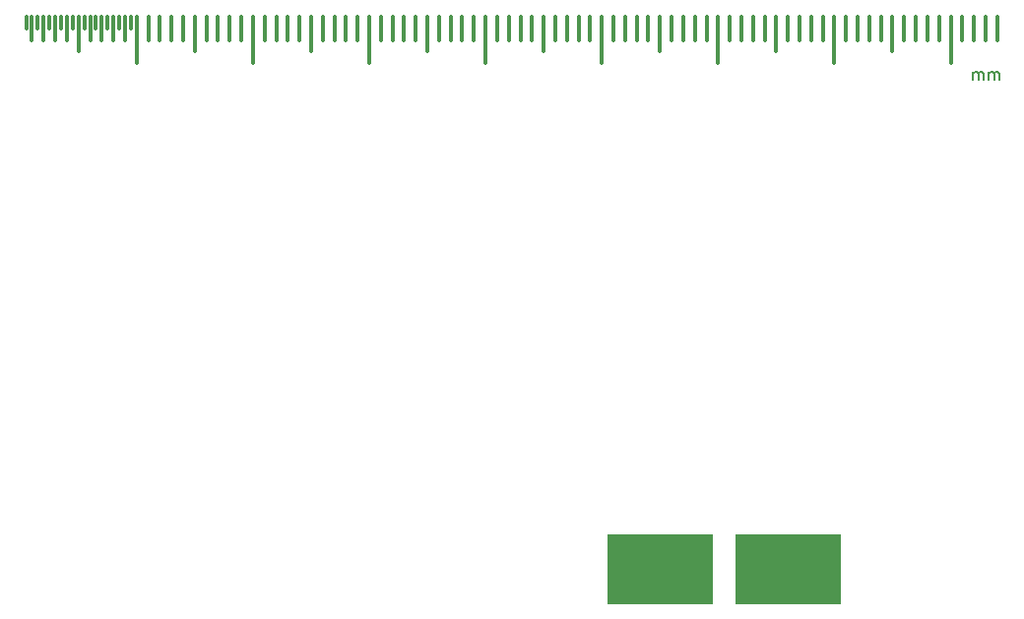
<source format=gts>
G04 #@! TF.GenerationSoftware,KiCad,Pcbnew,5.1.6-c6e7f7d~87~ubuntu18.04.1*
G04 #@! TF.CreationDate,2020-08-01T12:19:59+02:00*
G04 #@! TF.ProjectId,pcbid-card,70636269-642d-4636-9172-642e6b696361,v1.0*
G04 #@! TF.SameCoordinates,Original*
G04 #@! TF.FileFunction,Soldermask,Top*
G04 #@! TF.FilePolarity,Negative*
%FSLAX46Y46*%
G04 Gerber Fmt 4.6, Leading zero omitted, Abs format (unit mm)*
G04 Created by KiCad (PCBNEW 5.1.6-c6e7f7d~87~ubuntu18.04.1) date 2020-08-01 12:19:59*
%MOMM*%
%LPD*%
G01*
G04 APERTURE LIST*
%ADD10C,0.152400*%
%ADD11C,0.100000*%
%ADD12C,0.304800*%
G04 APERTURE END LIST*
D10*
X81933511Y-5459619D02*
X81933511Y-4782285D01*
X81933511Y-4879047D02*
X81981892Y-4830666D01*
X82078654Y-4782285D01*
X82223797Y-4782285D01*
X82320559Y-4830666D01*
X82368940Y-4927428D01*
X82368940Y-5459619D01*
X82368940Y-4927428D02*
X82417320Y-4830666D01*
X82514082Y-4782285D01*
X82659225Y-4782285D01*
X82755987Y-4830666D01*
X82804368Y-4927428D01*
X82804368Y-5459619D01*
X83288178Y-5459619D02*
X83288178Y-4782285D01*
X83288178Y-4879047D02*
X83336559Y-4830666D01*
X83433320Y-4782285D01*
X83578463Y-4782285D01*
X83675225Y-4830666D01*
X83723606Y-4927428D01*
X83723606Y-5459619D01*
X83723606Y-4927428D02*
X83771987Y-4830666D01*
X83868749Y-4782285D01*
X84013892Y-4782285D01*
X84110654Y-4830666D01*
X84159035Y-4927428D01*
X84159035Y-5459619D01*
D11*
G36*
X70500000Y-50500000D02*
G01*
X61500000Y-50500000D01*
X61500000Y-44500000D01*
X70500000Y-44500000D01*
X70500000Y-50500000D01*
G37*
X70500000Y-50500000D02*
X61500000Y-50500000D01*
X61500000Y-44500000D01*
X70500000Y-44500000D01*
X70500000Y-50500000D01*
G36*
X59500000Y-50500000D02*
G01*
X50500000Y-50500000D01*
X50500000Y-44500000D01*
X59500000Y-44500000D01*
X59500000Y-50500000D01*
G37*
X59500000Y-50500000D02*
X50500000Y-50500000D01*
X50500000Y-44500000D01*
X59500000Y-44500000D01*
X59500000Y-50500000D01*
D12*
X84000000Y0D02*
X84000000Y-2000000D01*
X83000000Y-2000000D02*
X83000000Y0D01*
X82000000Y0D02*
X82000000Y-2000000D01*
X81000000Y-2000000D02*
X81000000Y0D01*
X80000000Y0D02*
X80000000Y-4000000D01*
X79000000Y-2000000D02*
X79000000Y0D01*
X78000000Y0D02*
X78000000Y-2000000D01*
X77000000Y-2000000D02*
X77000000Y0D01*
X76000000Y0D02*
X76000000Y-2000000D01*
X75000000Y-3000000D02*
X75000000Y0D01*
X74000000Y0D02*
X74000000Y-2000000D01*
X73000000Y0D02*
X73000000Y-2000000D01*
X72000000Y-2000000D02*
X72000000Y0D01*
X71000000Y-2000000D02*
X71000000Y0D01*
X70000000Y-4000000D02*
X70000000Y0D01*
X69000000Y-2000000D02*
X69000000Y0D01*
X68000000Y-2000000D02*
X68000000Y0D01*
X67000000Y0D02*
X67000000Y-2000000D01*
X66000000Y-2000000D02*
X66000000Y0D01*
X65000000Y0D02*
X65000000Y-3000000D01*
X64000000Y-2000000D02*
X64000000Y0D01*
X63000000Y0D02*
X63000000Y-2000000D01*
X62000000Y-2000000D02*
X62000000Y0D01*
X61000000Y0D02*
X61000000Y-2000000D01*
X60000000Y-4000000D02*
X60000000Y0D01*
X59000000Y0D02*
X59000000Y-2000000D01*
X58000000Y-2000000D02*
X58000000Y0D01*
X57000000Y0D02*
X57000000Y-2000000D01*
X56000000Y-2000000D02*
X56000000Y0D01*
X55000000Y0D02*
X55000000Y-3000000D01*
X54000000Y0D02*
X54000000Y-2000000D01*
X53000000Y-2000000D02*
X53000000Y0D01*
X52000000Y0D02*
X52000000Y-2000000D01*
X51000000Y-2000000D02*
X51000000Y0D01*
X50000000Y-4000000D02*
X50000000Y0D01*
X49000000Y0D02*
X49000000Y-2000000D01*
X48000000Y-2000000D02*
X48000000Y0D01*
X47000000Y0D02*
X47000000Y-2000000D01*
X46000000Y-2000000D02*
X46000000Y0D01*
X45000000Y0D02*
X45000000Y-3000000D01*
X44000000Y-2000000D02*
X44000000Y0D01*
X43000000Y0D02*
X43000000Y-2000000D01*
X42000000Y-2000000D02*
X42000000Y0D01*
X41000000Y0D02*
X41000000Y-2000000D01*
X40000000Y-4000000D02*
X40000000Y0D01*
X39000000Y-2000000D02*
X39000000Y0D01*
X38000000Y0D02*
X38000000Y-2000000D01*
X37000000Y-2000000D02*
X37000000Y0D01*
X36000000Y0D02*
X36000000Y-2000000D01*
X35000000Y-3000000D02*
X35000000Y0D01*
X34000000Y0D02*
X34000000Y-2000000D01*
X33000000Y0D02*
X33000000Y-2000000D01*
X32000000Y0D02*
X32000000Y-2000000D01*
X31000000Y-2000000D02*
X31000000Y0D01*
X30000000Y0D02*
X30000000Y-4000000D01*
X29000000Y-2000000D02*
X29000000Y0D01*
X28000000Y0D02*
X28000000Y-2000000D01*
X27000000Y-2000000D02*
X27000000Y0D01*
X26000000Y0D02*
X26000000Y-2000000D01*
X25000000Y0D02*
X25000000Y-3000000D01*
X24000000Y0D02*
X24000000Y-2000000D01*
X23000000Y-2000000D02*
X23000000Y0D01*
X22000000Y0D02*
X22000000Y-2000000D01*
X21000000Y-2000000D02*
X21000000Y0D01*
X20000000Y0D02*
X20000000Y-4000000D01*
X19000000Y-2000000D02*
X19000000Y0D01*
X18000000Y-2000000D02*
X18000000Y0D01*
X17000000Y0D02*
X17000000Y-2000000D01*
X16000000Y-2000000D02*
X16000000Y0D01*
X15000000Y0D02*
X15000000Y-3000000D01*
X14000000Y-2000000D02*
X14000000Y0D01*
X13000000Y0D02*
X13000000Y-2000000D01*
X12000000Y-2000000D02*
X12000000Y0D01*
X11000000Y0D02*
X11000000Y-2000000D01*
X10000000Y0D02*
X10000000Y-4000000D01*
X9500000Y0D02*
X9500000Y-1000000D01*
X9000000Y0D02*
X9000000Y-2000000D01*
X8500000Y0D02*
X8500000Y-1000000D01*
X8000000Y0D02*
X8000000Y-2000000D01*
X7500000Y0D02*
X7500000Y-1000000D01*
X7000000Y0D02*
X7000000Y-2000000D01*
X6500000Y0D02*
X6500000Y-1000000D01*
X6000000Y0D02*
X6000000Y-2000000D01*
X5500000Y0D02*
X5500000Y-1000000D01*
X5000000Y-3000000D02*
X5000000Y0D01*
X4500000Y0D02*
X4500000Y-1000000D01*
X4000000Y0D02*
X4000000Y-2000000D01*
X3500000Y-1000000D02*
X3500000Y0D01*
X3000000Y0D02*
X3000000Y-2000000D01*
X2500000Y0D02*
X2500000Y-1000000D01*
X2000000Y0D02*
X2000000Y-2000000D01*
X1500000Y0D02*
X1500000Y-1000000D01*
X1000000Y0D02*
X1000000Y-2000000D01*
X500000Y0D02*
X500000Y-1000000D01*
M02*

</source>
